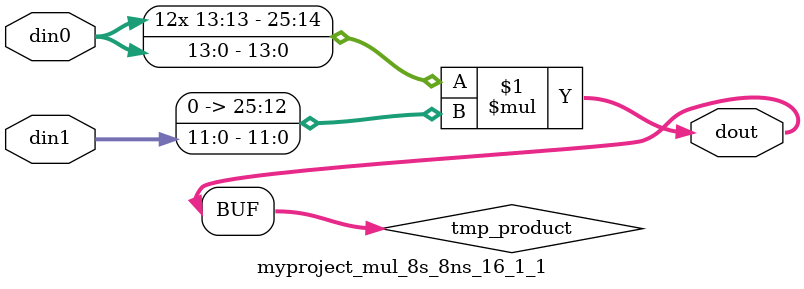
<source format=v>

`timescale 1 ns / 1 ps

  module myproject_mul_8s_8ns_16_1_1(din0, din1, dout);
parameter ID = 1;
parameter NUM_STAGE = 0;
parameter din0_WIDTH = 14;
parameter din1_WIDTH = 12;
parameter dout_WIDTH = 26;

input [din0_WIDTH - 1 : 0] din0; 
input [din1_WIDTH - 1 : 0] din1; 
output [dout_WIDTH - 1 : 0] dout;

wire signed [dout_WIDTH - 1 : 0] tmp_product;












assign tmp_product = $signed(din0) * $signed({1'b0, din1});









assign dout = tmp_product;







endmodule

</source>
